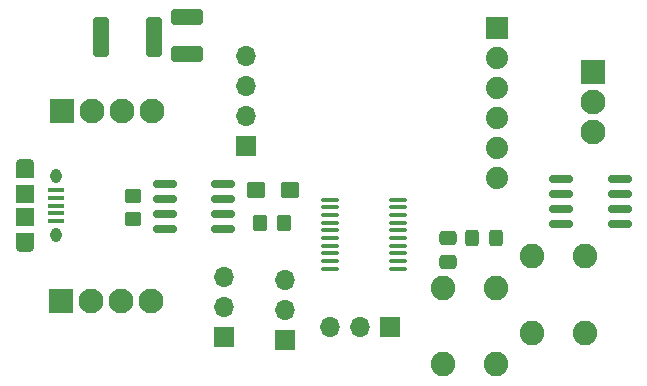
<source format=gbr>
%TF.GenerationSoftware,KiCad,Pcbnew,6.0.11-2627ca5db0~126~ubuntu22.04.1*%
%TF.CreationDate,2023-02-28T23:03:17-05:00*%
%TF.ProjectId,canbus-linbus-bridge,63616e62-7573-42d6-9c69-6e6275732d62,1.0*%
%TF.SameCoordinates,Original*%
%TF.FileFunction,Soldermask,Top*%
%TF.FilePolarity,Negative*%
%FSLAX46Y46*%
G04 Gerber Fmt 4.6, Leading zero omitted, Abs format (unit mm)*
G04 Created by KiCad (PCBNEW 6.0.11-2627ca5db0~126~ubuntu22.04.1) date 2023-02-28 23:03:17*
%MOMM*%
%LPD*%
G01*
G04 APERTURE LIST*
G04 Aperture macros list*
%AMRoundRect*
0 Rectangle with rounded corners*
0 $1 Rounding radius*
0 $2 $3 $4 $5 $6 $7 $8 $9 X,Y pos of 4 corners*
0 Add a 4 corners polygon primitive as box body*
4,1,4,$2,$3,$4,$5,$6,$7,$8,$9,$2,$3,0*
0 Add four circle primitives for the rounded corners*
1,1,$1+$1,$2,$3*
1,1,$1+$1,$4,$5*
1,1,$1+$1,$6,$7*
1,1,$1+$1,$8,$9*
0 Add four rect primitives between the rounded corners*
20,1,$1+$1,$2,$3,$4,$5,0*
20,1,$1+$1,$4,$5,$6,$7,0*
20,1,$1+$1,$6,$7,$8,$9,0*
20,1,$1+$1,$8,$9,$2,$3,0*%
G04 Aperture macros list end*
%ADD10R,2.100000X2.100000*%
%ADD11C,2.100000*%
%ADD12RoundRect,0.150000X-0.825000X-0.150000X0.825000X-0.150000X0.825000X0.150000X-0.825000X0.150000X0*%
%ADD13R,1.700000X1.700000*%
%ADD14O,1.700000X1.700000*%
%ADD15RoundRect,0.250000X0.450000X-0.350000X0.450000X0.350000X-0.450000X0.350000X-0.450000X-0.350000X0*%
%ADD16RoundRect,0.250000X-0.475000X0.337500X-0.475000X-0.337500X0.475000X-0.337500X0.475000X0.337500X0*%
%ADD17C,2.082800*%
%ADD18RoundRect,0.250000X-0.350000X-0.450000X0.350000X-0.450000X0.350000X0.450000X-0.350000X0.450000X0*%
%ADD19R,1.879600X1.879600*%
%ADD20C,1.879600*%
%ADD21RoundRect,0.250000X-0.400000X-1.450000X0.400000X-1.450000X0.400000X1.450000X-0.400000X1.450000X0*%
%ADD22RoundRect,0.250000X-0.537500X-0.425000X0.537500X-0.425000X0.537500X0.425000X-0.537500X0.425000X0*%
%ADD23RoundRect,0.250000X1.100000X-0.412500X1.100000X0.412500X-1.100000X0.412500X-1.100000X-0.412500X0*%
%ADD24RoundRect,0.100000X0.637500X0.100000X-0.637500X0.100000X-0.637500X-0.100000X0.637500X-0.100000X0*%
%ADD25R,1.350000X0.400000*%
%ADD26R,1.550000X1.500000*%
%ADD27R,1.550000X1.200000*%
%ADD28O,0.950000X1.250000*%
%ADD29O,1.550000X0.890000*%
%ADD30RoundRect,0.250000X-0.325000X-0.450000X0.325000X-0.450000X0.325000X0.450000X-0.325000X0.450000X0*%
%ADD31RoundRect,0.150000X0.825000X0.150000X-0.825000X0.150000X-0.825000X-0.150000X0.825000X-0.150000X0*%
G04 APERTURE END LIST*
D10*
%TO.C,J4*%
X104600000Y-74720000D03*
D11*
X104600000Y-77260000D03*
X104600000Y-79800000D03*
%TD*%
D12*
%TO.C,U5*%
X101960000Y-83760000D03*
X101960000Y-85030000D03*
X101960000Y-86300000D03*
X101960000Y-87570000D03*
X106910000Y-87570000D03*
X106910000Y-86300000D03*
X106910000Y-85030000D03*
X106910000Y-83760000D03*
%TD*%
D13*
%TO.C,JP2*%
X73400000Y-97140000D03*
D14*
X73400000Y-94600000D03*
X73400000Y-92060000D03*
%TD*%
D10*
%TO.C,J6*%
X59625000Y-94100000D03*
D11*
X62165000Y-94100000D03*
X64705000Y-94100000D03*
X67245000Y-94100000D03*
%TD*%
D13*
%TO.C,J2*%
X87490000Y-96350000D03*
D14*
X84950000Y-96350000D03*
X82410000Y-96350000D03*
%TD*%
D15*
%TO.C,R8*%
X65700000Y-87200000D03*
X65700000Y-85200000D03*
%TD*%
D16*
%TO.C,C4*%
X92325000Y-88762500D03*
X92325000Y-90837500D03*
%TD*%
D17*
%TO.C,S1*%
X96435600Y-92998800D03*
X96435600Y-99501200D03*
X91914400Y-92998800D03*
X91914400Y-99501200D03*
%TD*%
D18*
%TO.C,R3*%
X76475000Y-87525000D03*
X78475000Y-87525000D03*
%TD*%
D19*
%TO.C,J3*%
X96500000Y-70990000D03*
D20*
X96500000Y-73530000D03*
X96500000Y-76070000D03*
X96500000Y-78610000D03*
X96500000Y-81150000D03*
X96500000Y-83690000D03*
%TD*%
D21*
%TO.C,F1*%
X63000000Y-71775000D03*
X67450000Y-71775000D03*
%TD*%
D22*
%TO.C,C6*%
X76100000Y-84725000D03*
X78975000Y-84725000D03*
%TD*%
D10*
%TO.C,J5*%
X59660000Y-78075000D03*
D11*
X62200000Y-78075000D03*
X64740000Y-78075000D03*
X67280000Y-78075000D03*
%TD*%
D23*
%TO.C,C5*%
X70225000Y-73175000D03*
X70225000Y-70050000D03*
%TD*%
D24*
%TO.C,U2*%
X88125000Y-91400000D03*
X88125000Y-90750000D03*
X88125000Y-90100000D03*
X88125000Y-89450000D03*
X88125000Y-88800000D03*
X88125000Y-88150000D03*
X88125000Y-87500000D03*
X88125000Y-86850000D03*
X88125000Y-86200000D03*
X88125000Y-85550000D03*
X82400000Y-85550000D03*
X82400000Y-86200000D03*
X82400000Y-86850000D03*
X82400000Y-87500000D03*
X82400000Y-88150000D03*
X82400000Y-88800000D03*
X82400000Y-89450000D03*
X82400000Y-90100000D03*
X82400000Y-90750000D03*
X82400000Y-91400000D03*
%TD*%
D13*
%TO.C,U3*%
X75247300Y-81002600D03*
D14*
X75247300Y-78462600D03*
X75247300Y-75922600D03*
X75247300Y-73382600D03*
%TD*%
D17*
%TO.C,S2*%
X103960600Y-90323800D03*
X103960600Y-96826200D03*
X99439400Y-90323800D03*
X99439400Y-96826200D03*
%TD*%
D25*
%TO.C,J1*%
X59210000Y-84750000D03*
X59210000Y-85400000D03*
X59210000Y-86050000D03*
X59210000Y-86700000D03*
X59210000Y-87350000D03*
D26*
X56510000Y-87050000D03*
X56510000Y-85050000D03*
D27*
X56510000Y-88950000D03*
D28*
X59210000Y-83550000D03*
D29*
X56510000Y-82550000D03*
X56510000Y-89550000D03*
D27*
X56510000Y-83150000D03*
D28*
X59210000Y-88550000D03*
%TD*%
D13*
%TO.C,JP3*%
X78525000Y-97425000D03*
D14*
X78525000Y-94885000D03*
X78525000Y-92345000D03*
%TD*%
D30*
%TO.C,FB1*%
X94400000Y-88775000D03*
X96450000Y-88775000D03*
%TD*%
D31*
%TO.C,U4*%
X73325000Y-88015000D03*
X73325000Y-86745000D03*
X73325000Y-85475000D03*
X73325000Y-84205000D03*
X68375000Y-84205000D03*
X68375000Y-85475000D03*
X68375000Y-86745000D03*
X68375000Y-88015000D03*
%TD*%
M02*

</source>
